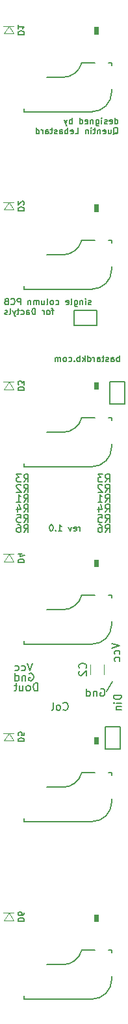
<source format=gbr>
G04 #@! TF.GenerationSoftware,KiCad,Pcbnew,(5.99.0-10337-g2ae264751f)*
G04 #@! TF.CreationDate,2021-04-30T16:38:17-07:00*
G04 #@! TF.ProjectId,single-col,73696e67-6c65-42d6-936f-6c2e6b696361,rev?*
G04 #@! TF.SameCoordinates,Original*
G04 #@! TF.FileFunction,Legend,Bot*
G04 #@! TF.FilePolarity,Positive*
%FSLAX46Y46*%
G04 Gerber Fmt 4.6, Leading zero omitted, Abs format (unit mm)*
G04 Created by KiCad (PCBNEW (5.99.0-10337-g2ae264751f)) date 2021-04-30 16:38:17*
%MOMM*%
%LPD*%
G01*
G04 APERTURE LIST*
%ADD10C,0.150000*%
%ADD11C,0.100000*%
%ADD12C,0.120000*%
G04 APERTURE END LIST*
D10*
X127875200Y-144624400D02*
X129825200Y-144624400D01*
X129825200Y-144624400D02*
X129825200Y-147524400D01*
X129825200Y-147524400D02*
X127875200Y-147524400D01*
X127875200Y-147524400D02*
X127875200Y-144624400D01*
X126725200Y-90814400D02*
X123825200Y-90814400D01*
X123825200Y-90814400D02*
X123825200Y-92764400D01*
X123825200Y-92764400D02*
X126725200Y-92764400D01*
X126725200Y-92764400D02*
X126725200Y-90814400D01*
X127975200Y-140064400D02*
X128775200Y-138864400D01*
X128425200Y-100064400D02*
X130375200Y-100064400D01*
X130375200Y-100064400D02*
X130375200Y-102964400D01*
X130375200Y-102964400D02*
X128425200Y-102964400D01*
X128425200Y-102964400D02*
X128425200Y-100064400D01*
X117241865Y-118216780D02*
X117575199Y-117740590D01*
X117813294Y-118216780D02*
X117813294Y-117216780D01*
X117432341Y-117216780D01*
X117337103Y-117264400D01*
X117289484Y-117312019D01*
X117241865Y-117407257D01*
X117241865Y-117550114D01*
X117289484Y-117645352D01*
X117337103Y-117692971D01*
X117432341Y-117740590D01*
X117813294Y-117740590D01*
X116337103Y-117216780D02*
X116813294Y-117216780D01*
X116860913Y-117692971D01*
X116813294Y-117645352D01*
X116718056Y-117597733D01*
X116479960Y-117597733D01*
X116384722Y-117645352D01*
X116337103Y-117692971D01*
X116289484Y-117788209D01*
X116289484Y-118026304D01*
X116337103Y-118121542D01*
X116384722Y-118169161D01*
X116479960Y-118216780D01*
X116718056Y-118216780D01*
X116813294Y-118169161D01*
X116860913Y-118121542D01*
X117241865Y-119516780D02*
X117575199Y-119040590D01*
X117813294Y-119516780D02*
X117813294Y-118516780D01*
X117432341Y-118516780D01*
X117337103Y-118564400D01*
X117289484Y-118612019D01*
X117241865Y-118707257D01*
X117241865Y-118850114D01*
X117289484Y-118945352D01*
X117337103Y-118992971D01*
X117432341Y-119040590D01*
X117813294Y-119040590D01*
X116384722Y-118516780D02*
X116575199Y-118516780D01*
X116670437Y-118564400D01*
X116718056Y-118612019D01*
X116813294Y-118754876D01*
X116860913Y-118945352D01*
X116860913Y-119326304D01*
X116813294Y-119421542D01*
X116765675Y-119469161D01*
X116670437Y-119516780D01*
X116479960Y-119516780D01*
X116384722Y-119469161D01*
X116337103Y-119421542D01*
X116289484Y-119326304D01*
X116289484Y-119088209D01*
X116337103Y-118992971D01*
X116384722Y-118945352D01*
X116479960Y-118897733D01*
X116670437Y-118897733D01*
X116765675Y-118945352D01*
X116813294Y-118992971D01*
X116860913Y-119088209D01*
X127218057Y-139764400D02*
X127313295Y-139716780D01*
X127456152Y-139716780D01*
X127599009Y-139764400D01*
X127694247Y-139859638D01*
X127741866Y-139954876D01*
X127789485Y-140145352D01*
X127789485Y-140288209D01*
X127741866Y-140478685D01*
X127694247Y-140573923D01*
X127599009Y-140669161D01*
X127456152Y-140716780D01*
X127360914Y-140716780D01*
X127218057Y-140669161D01*
X127170438Y-140621542D01*
X127170438Y-140288209D01*
X127360914Y-140288209D01*
X126741866Y-140050114D02*
X126741866Y-140716780D01*
X126741866Y-140145352D02*
X126694247Y-140097733D01*
X126599009Y-140050114D01*
X126456152Y-140050114D01*
X126360914Y-140097733D01*
X126313295Y-140192971D01*
X126313295Y-140716780D01*
X125408533Y-140716780D02*
X125408533Y-139716780D01*
X125408533Y-140669161D02*
X125503771Y-140716780D01*
X125694247Y-140716780D01*
X125789485Y-140669161D01*
X125837104Y-140621542D01*
X125884723Y-140526304D01*
X125884723Y-140240590D01*
X125837104Y-140145352D01*
X125789485Y-140097733D01*
X125694247Y-140050114D01*
X125503771Y-140050114D01*
X125408533Y-140097733D01*
X117241865Y-114316780D02*
X117575199Y-113840590D01*
X117813294Y-114316780D02*
X117813294Y-113316780D01*
X117432341Y-113316780D01*
X117337103Y-113364400D01*
X117289484Y-113412019D01*
X117241865Y-113507257D01*
X117241865Y-113650114D01*
X117289484Y-113745352D01*
X117337103Y-113792971D01*
X117432341Y-113840590D01*
X117813294Y-113840590D01*
X116860913Y-113412019D02*
X116813294Y-113364400D01*
X116718056Y-113316780D01*
X116479960Y-113316780D01*
X116384722Y-113364400D01*
X116337103Y-113412019D01*
X116289484Y-113507257D01*
X116289484Y-113602495D01*
X116337103Y-113745352D01*
X116908532Y-114316780D01*
X116289484Y-114316780D01*
X117241865Y-113016780D02*
X117575199Y-112540590D01*
X117813294Y-113016780D02*
X117813294Y-112016780D01*
X117432341Y-112016780D01*
X117337103Y-112064400D01*
X117289484Y-112112019D01*
X117241865Y-112207257D01*
X117241865Y-112350114D01*
X117289484Y-112445352D01*
X117337103Y-112492971D01*
X117432341Y-112540590D01*
X117813294Y-112540590D01*
X116908532Y-112016780D02*
X116289484Y-112016780D01*
X116622818Y-112397733D01*
X116479960Y-112397733D01*
X116384722Y-112445352D01*
X116337103Y-112492971D01*
X116289484Y-112588209D01*
X116289484Y-112826304D01*
X116337103Y-112921542D01*
X116384722Y-112969161D01*
X116479960Y-113016780D01*
X116765675Y-113016780D01*
X116860913Y-112969161D01*
X116908532Y-112921542D01*
X129094366Y-66702304D02*
X129094366Y-65902304D01*
X129094366Y-66664209D02*
X129170557Y-66702304D01*
X129322938Y-66702304D01*
X129399128Y-66664209D01*
X129437223Y-66626114D01*
X129475319Y-66549923D01*
X129475319Y-66321352D01*
X129437223Y-66245161D01*
X129399128Y-66207066D01*
X129322938Y-66168971D01*
X129170557Y-66168971D01*
X129094366Y-66207066D01*
X128408652Y-66664209D02*
X128484842Y-66702304D01*
X128637223Y-66702304D01*
X128713414Y-66664209D01*
X128751509Y-66588019D01*
X128751509Y-66283257D01*
X128713414Y-66207066D01*
X128637223Y-66168971D01*
X128484842Y-66168971D01*
X128408652Y-66207066D01*
X128370557Y-66283257D01*
X128370557Y-66359447D01*
X128751509Y-66435638D01*
X128065795Y-66664209D02*
X127989604Y-66702304D01*
X127837223Y-66702304D01*
X127761033Y-66664209D01*
X127722938Y-66588019D01*
X127722938Y-66549923D01*
X127761033Y-66473733D01*
X127837223Y-66435638D01*
X127951509Y-66435638D01*
X128027700Y-66397542D01*
X128065795Y-66321352D01*
X128065795Y-66283257D01*
X128027700Y-66207066D01*
X127951509Y-66168971D01*
X127837223Y-66168971D01*
X127761033Y-66207066D01*
X127380080Y-66702304D02*
X127380080Y-66168971D01*
X127380080Y-65902304D02*
X127418176Y-65940400D01*
X127380080Y-65978495D01*
X127341985Y-65940400D01*
X127380080Y-65902304D01*
X127380080Y-65978495D01*
X126656271Y-66168971D02*
X126656271Y-66816590D01*
X126694366Y-66892780D01*
X126732461Y-66930876D01*
X126808652Y-66968971D01*
X126922938Y-66968971D01*
X126999128Y-66930876D01*
X126656271Y-66664209D02*
X126732461Y-66702304D01*
X126884842Y-66702304D01*
X126961033Y-66664209D01*
X126999128Y-66626114D01*
X127037223Y-66549923D01*
X127037223Y-66321352D01*
X126999128Y-66245161D01*
X126961033Y-66207066D01*
X126884842Y-66168971D01*
X126732461Y-66168971D01*
X126656271Y-66207066D01*
X126275319Y-66168971D02*
X126275319Y-66702304D01*
X126275319Y-66245161D02*
X126237223Y-66207066D01*
X126161033Y-66168971D01*
X126046747Y-66168971D01*
X125970557Y-66207066D01*
X125932461Y-66283257D01*
X125932461Y-66702304D01*
X125246747Y-66664209D02*
X125322938Y-66702304D01*
X125475319Y-66702304D01*
X125551509Y-66664209D01*
X125589604Y-66588019D01*
X125589604Y-66283257D01*
X125551509Y-66207066D01*
X125475319Y-66168971D01*
X125322938Y-66168971D01*
X125246747Y-66207066D01*
X125208652Y-66283257D01*
X125208652Y-66359447D01*
X125589604Y-66435638D01*
X124522938Y-66702304D02*
X124522938Y-65902304D01*
X124522938Y-66664209D02*
X124599128Y-66702304D01*
X124751509Y-66702304D01*
X124827700Y-66664209D01*
X124865795Y-66626114D01*
X124903890Y-66549923D01*
X124903890Y-66321352D01*
X124865795Y-66245161D01*
X124827700Y-66207066D01*
X124751509Y-66168971D01*
X124599128Y-66168971D01*
X124522938Y-66207066D01*
X123532461Y-66702304D02*
X123532461Y-65902304D01*
X123532461Y-66207066D02*
X123456271Y-66168971D01*
X123303890Y-66168971D01*
X123227700Y-66207066D01*
X123189604Y-66245161D01*
X123151509Y-66321352D01*
X123151509Y-66549923D01*
X123189604Y-66626114D01*
X123227700Y-66664209D01*
X123303890Y-66702304D01*
X123456271Y-66702304D01*
X123532461Y-66664209D01*
X122884842Y-66168971D02*
X122694366Y-66702304D01*
X122503890Y-66168971D02*
X122694366Y-66702304D01*
X122770557Y-66892780D01*
X122808652Y-66930876D01*
X122884842Y-66968971D01*
X128903890Y-68066495D02*
X128980080Y-68028400D01*
X129056271Y-67952209D01*
X129170557Y-67837923D01*
X129246747Y-67799828D01*
X129322938Y-67799828D01*
X129284842Y-67990304D02*
X129361033Y-67952209D01*
X129437223Y-67876019D01*
X129475319Y-67723638D01*
X129475319Y-67456971D01*
X129437223Y-67304590D01*
X129361033Y-67228400D01*
X129284842Y-67190304D01*
X129132461Y-67190304D01*
X129056271Y-67228400D01*
X128980080Y-67304590D01*
X128941985Y-67456971D01*
X128941985Y-67723638D01*
X128980080Y-67876019D01*
X129056271Y-67952209D01*
X129132461Y-67990304D01*
X129284842Y-67990304D01*
X128256271Y-67456971D02*
X128256271Y-67990304D01*
X128599128Y-67456971D02*
X128599128Y-67876019D01*
X128561033Y-67952209D01*
X128484842Y-67990304D01*
X128370557Y-67990304D01*
X128294366Y-67952209D01*
X128256271Y-67914114D01*
X127570557Y-67952209D02*
X127646747Y-67990304D01*
X127799128Y-67990304D01*
X127875319Y-67952209D01*
X127913414Y-67876019D01*
X127913414Y-67571257D01*
X127875319Y-67495066D01*
X127799128Y-67456971D01*
X127646747Y-67456971D01*
X127570557Y-67495066D01*
X127532461Y-67571257D01*
X127532461Y-67647447D01*
X127913414Y-67723638D01*
X127189604Y-67456971D02*
X127189604Y-67990304D01*
X127189604Y-67533161D02*
X127151509Y-67495066D01*
X127075319Y-67456971D01*
X126961033Y-67456971D01*
X126884842Y-67495066D01*
X126846747Y-67571257D01*
X126846747Y-67990304D01*
X126580080Y-67456971D02*
X126275319Y-67456971D01*
X126465795Y-67190304D02*
X126465795Y-67876019D01*
X126427700Y-67952209D01*
X126351509Y-67990304D01*
X126275319Y-67990304D01*
X126008652Y-67990304D02*
X126008652Y-67456971D01*
X126008652Y-67190304D02*
X126046747Y-67228400D01*
X126008652Y-67266495D01*
X125970557Y-67228400D01*
X126008652Y-67190304D01*
X126008652Y-67266495D01*
X125627700Y-67456971D02*
X125627700Y-67990304D01*
X125627700Y-67533161D02*
X125589604Y-67495066D01*
X125513414Y-67456971D01*
X125399128Y-67456971D01*
X125322938Y-67495066D01*
X125284842Y-67571257D01*
X125284842Y-67990304D01*
X123913414Y-67990304D02*
X124294366Y-67990304D01*
X124294366Y-67190304D01*
X123341985Y-67952209D02*
X123418176Y-67990304D01*
X123570557Y-67990304D01*
X123646747Y-67952209D01*
X123684842Y-67876019D01*
X123684842Y-67571257D01*
X123646747Y-67495066D01*
X123570557Y-67456971D01*
X123418176Y-67456971D01*
X123341985Y-67495066D01*
X123303890Y-67571257D01*
X123303890Y-67647447D01*
X123684842Y-67723638D01*
X122961033Y-67990304D02*
X122961033Y-67190304D01*
X122961033Y-67495066D02*
X122884842Y-67456971D01*
X122732461Y-67456971D01*
X122656271Y-67495066D01*
X122618176Y-67533161D01*
X122580080Y-67609352D01*
X122580080Y-67837923D01*
X122618176Y-67914114D01*
X122656271Y-67952209D01*
X122732461Y-67990304D01*
X122884842Y-67990304D01*
X122961033Y-67952209D01*
X121894366Y-67990304D02*
X121894366Y-67571257D01*
X121932461Y-67495066D01*
X122008652Y-67456971D01*
X122161033Y-67456971D01*
X122237223Y-67495066D01*
X121894366Y-67952209D02*
X121970557Y-67990304D01*
X122161033Y-67990304D01*
X122237223Y-67952209D01*
X122275319Y-67876019D01*
X122275319Y-67799828D01*
X122237223Y-67723638D01*
X122161033Y-67685542D01*
X121970557Y-67685542D01*
X121894366Y-67647447D01*
X121551509Y-67952209D02*
X121475319Y-67990304D01*
X121322938Y-67990304D01*
X121246747Y-67952209D01*
X121208652Y-67876019D01*
X121208652Y-67837923D01*
X121246747Y-67761733D01*
X121322938Y-67723638D01*
X121437223Y-67723638D01*
X121513414Y-67685542D01*
X121551509Y-67609352D01*
X121551509Y-67571257D01*
X121513414Y-67495066D01*
X121437223Y-67456971D01*
X121322938Y-67456971D01*
X121246747Y-67495066D01*
X120980080Y-67456971D02*
X120675319Y-67456971D01*
X120865795Y-67190304D02*
X120865795Y-67876019D01*
X120827700Y-67952209D01*
X120751509Y-67990304D01*
X120675319Y-67990304D01*
X120065795Y-67990304D02*
X120065795Y-67571257D01*
X120103890Y-67495066D01*
X120180080Y-67456971D01*
X120332461Y-67456971D01*
X120408652Y-67495066D01*
X120065795Y-67952209D02*
X120141985Y-67990304D01*
X120332461Y-67990304D01*
X120408652Y-67952209D01*
X120446747Y-67876019D01*
X120446747Y-67799828D01*
X120408652Y-67723638D01*
X120332461Y-67685542D01*
X120141985Y-67685542D01*
X120065795Y-67647447D01*
X119684842Y-67990304D02*
X119684842Y-67456971D01*
X119684842Y-67609352D02*
X119646747Y-67533161D01*
X119608652Y-67495066D01*
X119532461Y-67456971D01*
X119456271Y-67456971D01*
X118846747Y-67990304D02*
X118846747Y-67190304D01*
X118846747Y-67952209D02*
X118922938Y-67990304D01*
X119075319Y-67990304D01*
X119151509Y-67952209D01*
X119189604Y-67914114D01*
X119227700Y-67837923D01*
X119227700Y-67609352D01*
X119189604Y-67533161D01*
X119151509Y-67495066D01*
X119075319Y-67456971D01*
X118922938Y-67456971D01*
X118846747Y-67495066D01*
X122379961Y-142421542D02*
X122427580Y-142469161D01*
X122570438Y-142516780D01*
X122665676Y-142516780D01*
X122808533Y-142469161D01*
X122903771Y-142373923D01*
X122951390Y-142278685D01*
X122999009Y-142088209D01*
X122999009Y-141945352D01*
X122951390Y-141754876D01*
X122903771Y-141659638D01*
X122808533Y-141564400D01*
X122665676Y-141516780D01*
X122570438Y-141516780D01*
X122427580Y-141564400D01*
X122379961Y-141612019D01*
X121808533Y-142516780D02*
X121903771Y-142469161D01*
X121951390Y-142421542D01*
X121999009Y-142326304D01*
X121999009Y-142040590D01*
X121951390Y-141945352D01*
X121903771Y-141897733D01*
X121808533Y-141850114D01*
X121665676Y-141850114D01*
X121570438Y-141897733D01*
X121522819Y-141945352D01*
X121475200Y-142040590D01*
X121475200Y-142326304D01*
X121522819Y-142421542D01*
X121570438Y-142469161D01*
X121665676Y-142516780D01*
X121808533Y-142516780D01*
X120903771Y-142516780D02*
X120999009Y-142469161D01*
X121046628Y-142373923D01*
X121046628Y-141516780D01*
X124547223Y-119336304D02*
X124547223Y-118802971D01*
X124547223Y-118955352D02*
X124509128Y-118879161D01*
X124471033Y-118841066D01*
X124394842Y-118802971D01*
X124318652Y-118802971D01*
X123747223Y-119298209D02*
X123823414Y-119336304D01*
X123975795Y-119336304D01*
X124051985Y-119298209D01*
X124090080Y-119222019D01*
X124090080Y-118917257D01*
X124051985Y-118841066D01*
X123975795Y-118802971D01*
X123823414Y-118802971D01*
X123747223Y-118841066D01*
X123709128Y-118917257D01*
X123709128Y-118993447D01*
X124090080Y-119069638D01*
X123442461Y-118802971D02*
X123251985Y-119336304D01*
X123061509Y-118802971D01*
X121728176Y-119336304D02*
X122185319Y-119336304D01*
X121956747Y-119336304D02*
X121956747Y-118536304D01*
X122032938Y-118650590D01*
X122109128Y-118726780D01*
X122185319Y-118764876D01*
X121385319Y-119260114D02*
X121347223Y-119298209D01*
X121385319Y-119336304D01*
X121423414Y-119298209D01*
X121385319Y-119260114D01*
X121385319Y-119336304D01*
X120851985Y-118536304D02*
X120775795Y-118536304D01*
X120699604Y-118574400D01*
X120661509Y-118612495D01*
X120623414Y-118688685D01*
X120585319Y-118841066D01*
X120585319Y-119031542D01*
X120623414Y-119183923D01*
X120661509Y-119260114D01*
X120699604Y-119298209D01*
X120775795Y-119336304D01*
X120851985Y-119336304D01*
X120928176Y-119298209D01*
X120966271Y-119260114D01*
X121004366Y-119183923D01*
X121042461Y-119031542D01*
X121042461Y-118841066D01*
X121004366Y-118688685D01*
X120966271Y-118612495D01*
X120928176Y-118574400D01*
X120851985Y-118536304D01*
X127841865Y-116916780D02*
X128175199Y-116440590D01*
X128413294Y-116916780D02*
X128413294Y-115916780D01*
X128032341Y-115916780D01*
X127937103Y-115964400D01*
X127889484Y-116012019D01*
X127841865Y-116107257D01*
X127841865Y-116250114D01*
X127889484Y-116345352D01*
X127937103Y-116392971D01*
X128032341Y-116440590D01*
X128413294Y-116440590D01*
X126984722Y-116250114D02*
X126984722Y-116916780D01*
X127222818Y-115869161D02*
X127460913Y-116583447D01*
X126841865Y-116583447D01*
X117241865Y-115616780D02*
X117575199Y-115140590D01*
X117813294Y-115616780D02*
X117813294Y-114616780D01*
X117432341Y-114616780D01*
X117337103Y-114664400D01*
X117289484Y-114712019D01*
X117241865Y-114807257D01*
X117241865Y-114950114D01*
X117289484Y-115045352D01*
X117337103Y-115092971D01*
X117432341Y-115140590D01*
X117813294Y-115140590D01*
X116289484Y-115616780D02*
X116860913Y-115616780D01*
X116575199Y-115616780D02*
X116575199Y-114616780D01*
X116670437Y-114759638D01*
X116765675Y-114854876D01*
X116860913Y-114902495D01*
X125983176Y-90024209D02*
X125906985Y-90062304D01*
X125754604Y-90062304D01*
X125678414Y-90024209D01*
X125640319Y-89948019D01*
X125640319Y-89909923D01*
X125678414Y-89833733D01*
X125754604Y-89795638D01*
X125868890Y-89795638D01*
X125945080Y-89757542D01*
X125983176Y-89681352D01*
X125983176Y-89643257D01*
X125945080Y-89567066D01*
X125868890Y-89528971D01*
X125754604Y-89528971D01*
X125678414Y-89567066D01*
X125297461Y-90062304D02*
X125297461Y-89528971D01*
X125297461Y-89262304D02*
X125335557Y-89300400D01*
X125297461Y-89338495D01*
X125259366Y-89300400D01*
X125297461Y-89262304D01*
X125297461Y-89338495D01*
X124916509Y-89528971D02*
X124916509Y-90062304D01*
X124916509Y-89605161D02*
X124878414Y-89567066D01*
X124802223Y-89528971D01*
X124687938Y-89528971D01*
X124611747Y-89567066D01*
X124573652Y-89643257D01*
X124573652Y-90062304D01*
X123849842Y-89528971D02*
X123849842Y-90176590D01*
X123887938Y-90252780D01*
X123926033Y-90290876D01*
X124002223Y-90328971D01*
X124116509Y-90328971D01*
X124192700Y-90290876D01*
X123849842Y-90024209D02*
X123926033Y-90062304D01*
X124078414Y-90062304D01*
X124154604Y-90024209D01*
X124192700Y-89986114D01*
X124230795Y-89909923D01*
X124230795Y-89681352D01*
X124192700Y-89605161D01*
X124154604Y-89567066D01*
X124078414Y-89528971D01*
X123926033Y-89528971D01*
X123849842Y-89567066D01*
X123354604Y-90062304D02*
X123430795Y-90024209D01*
X123468890Y-89948019D01*
X123468890Y-89262304D01*
X122745080Y-90024209D02*
X122821271Y-90062304D01*
X122973652Y-90062304D01*
X123049842Y-90024209D01*
X123087938Y-89948019D01*
X123087938Y-89643257D01*
X123049842Y-89567066D01*
X122973652Y-89528971D01*
X122821271Y-89528971D01*
X122745080Y-89567066D01*
X122706985Y-89643257D01*
X122706985Y-89719447D01*
X123087938Y-89795638D01*
X121411747Y-90024209D02*
X121487938Y-90062304D01*
X121640319Y-90062304D01*
X121716509Y-90024209D01*
X121754604Y-89986114D01*
X121792700Y-89909923D01*
X121792700Y-89681352D01*
X121754604Y-89605161D01*
X121716509Y-89567066D01*
X121640319Y-89528971D01*
X121487938Y-89528971D01*
X121411747Y-89567066D01*
X120954604Y-90062304D02*
X121030795Y-90024209D01*
X121068890Y-89986114D01*
X121106985Y-89909923D01*
X121106985Y-89681352D01*
X121068890Y-89605161D01*
X121030795Y-89567066D01*
X120954604Y-89528971D01*
X120840319Y-89528971D01*
X120764128Y-89567066D01*
X120726033Y-89605161D01*
X120687938Y-89681352D01*
X120687938Y-89909923D01*
X120726033Y-89986114D01*
X120764128Y-90024209D01*
X120840319Y-90062304D01*
X120954604Y-90062304D01*
X120230795Y-90062304D02*
X120306985Y-90024209D01*
X120345080Y-89948019D01*
X120345080Y-89262304D01*
X119583176Y-89528971D02*
X119583176Y-90062304D01*
X119926033Y-89528971D02*
X119926033Y-89948019D01*
X119887938Y-90024209D01*
X119811747Y-90062304D01*
X119697461Y-90062304D01*
X119621271Y-90024209D01*
X119583176Y-89986114D01*
X119202223Y-90062304D02*
X119202223Y-89528971D01*
X119202223Y-89605161D02*
X119164128Y-89567066D01*
X119087938Y-89528971D01*
X118973652Y-89528971D01*
X118897461Y-89567066D01*
X118859366Y-89643257D01*
X118859366Y-90062304D01*
X118859366Y-89643257D02*
X118821271Y-89567066D01*
X118745080Y-89528971D01*
X118630795Y-89528971D01*
X118554604Y-89567066D01*
X118516509Y-89643257D01*
X118516509Y-90062304D01*
X118135557Y-89528971D02*
X118135557Y-90062304D01*
X118135557Y-89605161D02*
X118097461Y-89567066D01*
X118021271Y-89528971D01*
X117906985Y-89528971D01*
X117830795Y-89567066D01*
X117792700Y-89643257D01*
X117792700Y-90062304D01*
X116802223Y-90062304D02*
X116802223Y-89262304D01*
X116497461Y-89262304D01*
X116421271Y-89300400D01*
X116383176Y-89338495D01*
X116345080Y-89414685D01*
X116345080Y-89528971D01*
X116383176Y-89605161D01*
X116421271Y-89643257D01*
X116497461Y-89681352D01*
X116802223Y-89681352D01*
X115545080Y-89986114D02*
X115583176Y-90024209D01*
X115697461Y-90062304D01*
X115773652Y-90062304D01*
X115887938Y-90024209D01*
X115964128Y-89948019D01*
X116002223Y-89871828D01*
X116040319Y-89719447D01*
X116040319Y-89605161D01*
X116002223Y-89452780D01*
X115964128Y-89376590D01*
X115887938Y-89300400D01*
X115773652Y-89262304D01*
X115697461Y-89262304D01*
X115583176Y-89300400D01*
X115545080Y-89338495D01*
X114935557Y-89643257D02*
X114821271Y-89681352D01*
X114783176Y-89719447D01*
X114745080Y-89795638D01*
X114745080Y-89909923D01*
X114783176Y-89986114D01*
X114821271Y-90024209D01*
X114897461Y-90062304D01*
X115202223Y-90062304D01*
X115202223Y-89262304D01*
X114935557Y-89262304D01*
X114859366Y-89300400D01*
X114821271Y-89338495D01*
X114783176Y-89414685D01*
X114783176Y-89490876D01*
X114821271Y-89567066D01*
X114859366Y-89605161D01*
X114935557Y-89643257D01*
X115202223Y-89643257D01*
X121145080Y-90816971D02*
X120840319Y-90816971D01*
X121030795Y-91350304D02*
X121030795Y-90664590D01*
X120992700Y-90588400D01*
X120916509Y-90550304D01*
X120840319Y-90550304D01*
X120459366Y-91350304D02*
X120535557Y-91312209D01*
X120573652Y-91274114D01*
X120611747Y-91197923D01*
X120611747Y-90969352D01*
X120573652Y-90893161D01*
X120535557Y-90855066D01*
X120459366Y-90816971D01*
X120345080Y-90816971D01*
X120268890Y-90855066D01*
X120230795Y-90893161D01*
X120192700Y-90969352D01*
X120192700Y-91197923D01*
X120230795Y-91274114D01*
X120268890Y-91312209D01*
X120345080Y-91350304D01*
X120459366Y-91350304D01*
X119849842Y-91350304D02*
X119849842Y-90816971D01*
X119849842Y-90969352D02*
X119811747Y-90893161D01*
X119773652Y-90855066D01*
X119697461Y-90816971D01*
X119621271Y-90816971D01*
X118745080Y-91350304D02*
X118745080Y-90550304D01*
X118554604Y-90550304D01*
X118440319Y-90588400D01*
X118364128Y-90664590D01*
X118326033Y-90740780D01*
X118287938Y-90893161D01*
X118287938Y-91007447D01*
X118326033Y-91159828D01*
X118364128Y-91236019D01*
X118440319Y-91312209D01*
X118554604Y-91350304D01*
X118745080Y-91350304D01*
X117602223Y-91350304D02*
X117602223Y-90931257D01*
X117640319Y-90855066D01*
X117716509Y-90816971D01*
X117868890Y-90816971D01*
X117945080Y-90855066D01*
X117602223Y-91312209D02*
X117678414Y-91350304D01*
X117868890Y-91350304D01*
X117945080Y-91312209D01*
X117983176Y-91236019D01*
X117983176Y-91159828D01*
X117945080Y-91083638D01*
X117868890Y-91045542D01*
X117678414Y-91045542D01*
X117602223Y-91007447D01*
X116878414Y-91312209D02*
X116954604Y-91350304D01*
X117106985Y-91350304D01*
X117183176Y-91312209D01*
X117221271Y-91274114D01*
X117259366Y-91197923D01*
X117259366Y-90969352D01*
X117221271Y-90893161D01*
X117183176Y-90855066D01*
X117106985Y-90816971D01*
X116954604Y-90816971D01*
X116878414Y-90855066D01*
X116649842Y-90816971D02*
X116345080Y-90816971D01*
X116535557Y-90550304D02*
X116535557Y-91236019D01*
X116497461Y-91312209D01*
X116421271Y-91350304D01*
X116345080Y-91350304D01*
X116154604Y-90816971D02*
X115964128Y-91350304D01*
X115773652Y-90816971D02*
X115964128Y-91350304D01*
X116040319Y-91540780D01*
X116078414Y-91578876D01*
X116154604Y-91616971D01*
X115354604Y-91350304D02*
X115430795Y-91312209D01*
X115468890Y-91236019D01*
X115468890Y-90550304D01*
X115087938Y-91312209D02*
X115011747Y-91350304D01*
X114859366Y-91350304D01*
X114783176Y-91312209D01*
X114745080Y-91236019D01*
X114745080Y-91197923D01*
X114783176Y-91121733D01*
X114859366Y-91083638D01*
X114973652Y-91083638D01*
X115049842Y-91045542D01*
X115087938Y-90969352D01*
X115087938Y-90931257D01*
X115049842Y-90855066D01*
X114973652Y-90816971D01*
X114859366Y-90816971D01*
X114783176Y-90855066D01*
X127841865Y-119516780D02*
X128175199Y-119040590D01*
X128413294Y-119516780D02*
X128413294Y-118516780D01*
X128032341Y-118516780D01*
X127937103Y-118564400D01*
X127889484Y-118612019D01*
X127841865Y-118707257D01*
X127841865Y-118850114D01*
X127889484Y-118945352D01*
X127937103Y-118992971D01*
X128032341Y-119040590D01*
X128413294Y-119040590D01*
X126984722Y-118516780D02*
X127175199Y-118516780D01*
X127270437Y-118564400D01*
X127318056Y-118612019D01*
X127413294Y-118754876D01*
X127460913Y-118945352D01*
X127460913Y-119326304D01*
X127413294Y-119421542D01*
X127365675Y-119469161D01*
X127270437Y-119516780D01*
X127079960Y-119516780D01*
X126984722Y-119469161D01*
X126937103Y-119421542D01*
X126889484Y-119326304D01*
X126889484Y-119088209D01*
X126937103Y-118992971D01*
X126984722Y-118945352D01*
X127079960Y-118897733D01*
X127270437Y-118897733D01*
X127365675Y-118945352D01*
X127413294Y-118992971D01*
X127460913Y-119088209D01*
X117927582Y-137764400D02*
X118022820Y-137716780D01*
X118165677Y-137716780D01*
X118308534Y-137764400D01*
X118403772Y-137859638D01*
X118451391Y-137954876D01*
X118499010Y-138145352D01*
X118499010Y-138288209D01*
X118451391Y-138478685D01*
X118403772Y-138573923D01*
X118308534Y-138669161D01*
X118165677Y-138716780D01*
X118070439Y-138716780D01*
X117927582Y-138669161D01*
X117879963Y-138621542D01*
X117879963Y-138288209D01*
X118070439Y-138288209D01*
X117451391Y-138050114D02*
X117451391Y-138716780D01*
X117451391Y-138145352D02*
X117403772Y-138097733D01*
X117308534Y-138050114D01*
X117165677Y-138050114D01*
X117070439Y-138097733D01*
X117022820Y-138192971D01*
X117022820Y-138716780D01*
X116118058Y-138716780D02*
X116118058Y-137716780D01*
X116118058Y-138669161D02*
X116213296Y-138716780D01*
X116403772Y-138716780D01*
X116499010Y-138669161D01*
X116546629Y-138621542D01*
X116594248Y-138526304D01*
X116594248Y-138240590D01*
X116546629Y-138145352D01*
X116499010Y-138097733D01*
X116403772Y-138050114D01*
X116213296Y-138050114D01*
X116118058Y-138097733D01*
X127841865Y-118216780D02*
X128175199Y-117740590D01*
X128413294Y-118216780D02*
X128413294Y-117216780D01*
X128032341Y-117216780D01*
X127937103Y-117264400D01*
X127889484Y-117312019D01*
X127841865Y-117407257D01*
X127841865Y-117550114D01*
X127889484Y-117645352D01*
X127937103Y-117692971D01*
X128032341Y-117740590D01*
X128413294Y-117740590D01*
X126937103Y-117216780D02*
X127413294Y-117216780D01*
X127460913Y-117692971D01*
X127413294Y-117645352D01*
X127318056Y-117597733D01*
X127079960Y-117597733D01*
X126984722Y-117645352D01*
X126937103Y-117692971D01*
X126889484Y-117788209D01*
X126889484Y-118026304D01*
X126937103Y-118121542D01*
X126984722Y-118169161D01*
X127079960Y-118216780D01*
X127318056Y-118216780D01*
X127413294Y-118169161D01*
X127460913Y-118121542D01*
X127841865Y-115616780D02*
X128175199Y-115140590D01*
X128413294Y-115616780D02*
X128413294Y-114616780D01*
X128032341Y-114616780D01*
X127937103Y-114664400D01*
X127889484Y-114712019D01*
X127841865Y-114807257D01*
X127841865Y-114950114D01*
X127889484Y-115045352D01*
X127937103Y-115092971D01*
X128032341Y-115140590D01*
X128413294Y-115140590D01*
X126889484Y-115616780D02*
X127460913Y-115616780D01*
X127175199Y-115616780D02*
X127175199Y-114616780D01*
X127270437Y-114759638D01*
X127365675Y-114854876D01*
X127460913Y-114902495D01*
X128727580Y-133873923D02*
X129727580Y-134207257D01*
X128727580Y-134540590D01*
X129679961Y-135302495D02*
X129727580Y-135207257D01*
X129727580Y-135016780D01*
X129679961Y-134921542D01*
X129632342Y-134873923D01*
X129537104Y-134826304D01*
X129251390Y-134826304D01*
X129156152Y-134873923D01*
X129108533Y-134921542D01*
X129060914Y-135016780D01*
X129060914Y-135207257D01*
X129108533Y-135302495D01*
X129679961Y-136159638D02*
X129727580Y-136064400D01*
X129727580Y-135873923D01*
X129679961Y-135778685D01*
X129632342Y-135731066D01*
X129537104Y-135683447D01*
X129251390Y-135683447D01*
X129156152Y-135731066D01*
X129108533Y-135778685D01*
X129060914Y-135873923D01*
X129060914Y-136064400D01*
X129108533Y-136159638D01*
X118356153Y-136416780D02*
X118022819Y-137416780D01*
X117689486Y-136416780D01*
X116927581Y-137369161D02*
X117022819Y-137416780D01*
X117213296Y-137416780D01*
X117308534Y-137369161D01*
X117356153Y-137321542D01*
X117403772Y-137226304D01*
X117403772Y-136940590D01*
X117356153Y-136845352D01*
X117308534Y-136797733D01*
X117213296Y-136750114D01*
X117022819Y-136750114D01*
X116927581Y-136797733D01*
X116070438Y-137369161D02*
X116165677Y-137416780D01*
X116356153Y-137416780D01*
X116451391Y-137369161D01*
X116499010Y-137321542D01*
X116546629Y-137226304D01*
X116546629Y-136940590D01*
X116499010Y-136845352D01*
X116451391Y-136797733D01*
X116356153Y-136750114D01*
X116165677Y-136750114D01*
X116070438Y-136797733D01*
X127841865Y-114316780D02*
X128175199Y-113840590D01*
X128413294Y-114316780D02*
X128413294Y-113316780D01*
X128032341Y-113316780D01*
X127937103Y-113364400D01*
X127889484Y-113412019D01*
X127841865Y-113507257D01*
X127841865Y-113650114D01*
X127889484Y-113745352D01*
X127937103Y-113792971D01*
X128032341Y-113840590D01*
X128413294Y-113840590D01*
X127460913Y-113412019D02*
X127413294Y-113364400D01*
X127318056Y-113316780D01*
X127079960Y-113316780D01*
X126984722Y-113364400D01*
X126937103Y-113412019D01*
X126889484Y-113507257D01*
X126889484Y-113602495D01*
X126937103Y-113745352D01*
X127508532Y-114316780D01*
X126889484Y-114316780D01*
X129687223Y-97416304D02*
X129687223Y-96616304D01*
X129687223Y-96921066D02*
X129611033Y-96882971D01*
X129458652Y-96882971D01*
X129382461Y-96921066D01*
X129344366Y-96959161D01*
X129306271Y-97035352D01*
X129306271Y-97263923D01*
X129344366Y-97340114D01*
X129382461Y-97378209D01*
X129458652Y-97416304D01*
X129611033Y-97416304D01*
X129687223Y-97378209D01*
X128620557Y-97416304D02*
X128620557Y-96997257D01*
X128658652Y-96921066D01*
X128734842Y-96882971D01*
X128887223Y-96882971D01*
X128963414Y-96921066D01*
X128620557Y-97378209D02*
X128696747Y-97416304D01*
X128887223Y-97416304D01*
X128963414Y-97378209D01*
X129001509Y-97302019D01*
X129001509Y-97225828D01*
X128963414Y-97149638D01*
X128887223Y-97111542D01*
X128696747Y-97111542D01*
X128620557Y-97073447D01*
X128277700Y-97378209D02*
X128201509Y-97416304D01*
X128049128Y-97416304D01*
X127972938Y-97378209D01*
X127934842Y-97302019D01*
X127934842Y-97263923D01*
X127972938Y-97187733D01*
X128049128Y-97149638D01*
X128163414Y-97149638D01*
X128239604Y-97111542D01*
X128277700Y-97035352D01*
X128277700Y-96997257D01*
X128239604Y-96921066D01*
X128163414Y-96882971D01*
X128049128Y-96882971D01*
X127972938Y-96921066D01*
X127706271Y-96882971D02*
X127401509Y-96882971D01*
X127591985Y-96616304D02*
X127591985Y-97302019D01*
X127553890Y-97378209D01*
X127477700Y-97416304D01*
X127401509Y-97416304D01*
X126791985Y-97416304D02*
X126791985Y-96997257D01*
X126830080Y-96921066D01*
X126906271Y-96882971D01*
X127058652Y-96882971D01*
X127134842Y-96921066D01*
X126791985Y-97378209D02*
X126868176Y-97416304D01*
X127058652Y-97416304D01*
X127134842Y-97378209D01*
X127172938Y-97302019D01*
X127172938Y-97225828D01*
X127134842Y-97149638D01*
X127058652Y-97111542D01*
X126868176Y-97111542D01*
X126791985Y-97073447D01*
X126411033Y-97416304D02*
X126411033Y-96882971D01*
X126411033Y-97035352D02*
X126372938Y-96959161D01*
X126334842Y-96921066D01*
X126258652Y-96882971D01*
X126182461Y-96882971D01*
X125572938Y-97416304D02*
X125572938Y-96616304D01*
X125572938Y-97378209D02*
X125649128Y-97416304D01*
X125801509Y-97416304D01*
X125877700Y-97378209D01*
X125915795Y-97340114D01*
X125953890Y-97263923D01*
X125953890Y-97035352D01*
X125915795Y-96959161D01*
X125877700Y-96921066D01*
X125801509Y-96882971D01*
X125649128Y-96882971D01*
X125572938Y-96921066D01*
X125191985Y-97416304D02*
X125191985Y-96616304D01*
X125115795Y-97111542D02*
X124887223Y-97416304D01*
X124887223Y-96882971D02*
X125191985Y-97187733D01*
X124544366Y-97416304D02*
X124544366Y-96616304D01*
X124544366Y-96921066D02*
X124468176Y-96882971D01*
X124315795Y-96882971D01*
X124239604Y-96921066D01*
X124201509Y-96959161D01*
X124163414Y-97035352D01*
X124163414Y-97263923D01*
X124201509Y-97340114D01*
X124239604Y-97378209D01*
X124315795Y-97416304D01*
X124468176Y-97416304D01*
X124544366Y-97378209D01*
X123820557Y-97340114D02*
X123782461Y-97378209D01*
X123820557Y-97416304D01*
X123858652Y-97378209D01*
X123820557Y-97340114D01*
X123820557Y-97416304D01*
X123096747Y-97378209D02*
X123172938Y-97416304D01*
X123325319Y-97416304D01*
X123401509Y-97378209D01*
X123439604Y-97340114D01*
X123477700Y-97263923D01*
X123477700Y-97035352D01*
X123439604Y-96959161D01*
X123401509Y-96921066D01*
X123325319Y-96882971D01*
X123172938Y-96882971D01*
X123096747Y-96921066D01*
X122639604Y-97416304D02*
X122715795Y-97378209D01*
X122753890Y-97340114D01*
X122791985Y-97263923D01*
X122791985Y-97035352D01*
X122753890Y-96959161D01*
X122715795Y-96921066D01*
X122639604Y-96882971D01*
X122525319Y-96882971D01*
X122449128Y-96921066D01*
X122411033Y-96959161D01*
X122372938Y-97035352D01*
X122372938Y-97263923D01*
X122411033Y-97340114D01*
X122449128Y-97378209D01*
X122525319Y-97416304D01*
X122639604Y-97416304D01*
X122030080Y-97416304D02*
X122030080Y-96882971D01*
X122030080Y-96959161D02*
X121991985Y-96921066D01*
X121915795Y-96882971D01*
X121801509Y-96882971D01*
X121725319Y-96921066D01*
X121687223Y-96997257D01*
X121687223Y-97416304D01*
X121687223Y-96997257D02*
X121649128Y-96921066D01*
X121572938Y-96882971D01*
X121458652Y-96882971D01*
X121382461Y-96921066D01*
X121344366Y-96997257D01*
X121344366Y-97416304D01*
X127841865Y-113016780D02*
X128175199Y-112540590D01*
X128413294Y-113016780D02*
X128413294Y-112016780D01*
X128032341Y-112016780D01*
X127937103Y-112064400D01*
X127889484Y-112112019D01*
X127841865Y-112207257D01*
X127841865Y-112350114D01*
X127889484Y-112445352D01*
X127937103Y-112492971D01*
X128032341Y-112540590D01*
X128413294Y-112540590D01*
X127508532Y-112016780D02*
X126889484Y-112016780D01*
X127222818Y-112397733D01*
X127079960Y-112397733D01*
X126984722Y-112445352D01*
X126937103Y-112492971D01*
X126889484Y-112588209D01*
X126889484Y-112826304D01*
X126937103Y-112921542D01*
X126984722Y-112969161D01*
X127079960Y-113016780D01*
X127365675Y-113016780D01*
X127460913Y-112969161D01*
X127508532Y-112921542D01*
X129927580Y-140573924D02*
X128927580Y-140573924D01*
X128927580Y-140812019D01*
X128975200Y-140954876D01*
X129070438Y-141050114D01*
X129165676Y-141097733D01*
X129356152Y-141145352D01*
X129499009Y-141145352D01*
X129689485Y-141097733D01*
X129784723Y-141050114D01*
X129879961Y-140954876D01*
X129927580Y-140812019D01*
X129927580Y-140573924D01*
X129927580Y-141573924D02*
X129260914Y-141573924D01*
X128927580Y-141573924D02*
X128975200Y-141526305D01*
X129022819Y-141573924D01*
X128975200Y-141621543D01*
X128927580Y-141573924D01*
X129022819Y-141573924D01*
X129260914Y-142050114D02*
X129927580Y-142050114D01*
X129356152Y-142050114D02*
X129308533Y-142097733D01*
X129260914Y-142192971D01*
X129260914Y-142335828D01*
X129308533Y-142431066D01*
X129403771Y-142478685D01*
X129927580Y-142478685D01*
X119022819Y-140016780D02*
X119022819Y-139016780D01*
X118784724Y-139016780D01*
X118641867Y-139064400D01*
X118546629Y-139159638D01*
X118499010Y-139254876D01*
X118451391Y-139445352D01*
X118451391Y-139588209D01*
X118499010Y-139778685D01*
X118546629Y-139873923D01*
X118641867Y-139969161D01*
X118784724Y-140016780D01*
X119022819Y-140016780D01*
X117879962Y-140016780D02*
X117975200Y-139969161D01*
X118022819Y-139921542D01*
X118070439Y-139826304D01*
X118070439Y-139540590D01*
X118022819Y-139445352D01*
X117975200Y-139397733D01*
X117879962Y-139350114D01*
X117737105Y-139350114D01*
X117641867Y-139397733D01*
X117594248Y-139445352D01*
X117546629Y-139540590D01*
X117546629Y-139826304D01*
X117594248Y-139921542D01*
X117641867Y-139969161D01*
X117737105Y-140016780D01*
X117879962Y-140016780D01*
X116689486Y-139350114D02*
X116689486Y-140016780D01*
X117118058Y-139350114D02*
X117118058Y-139873923D01*
X117070439Y-139969161D01*
X116975200Y-140016780D01*
X116832343Y-140016780D01*
X116737105Y-139969161D01*
X116689486Y-139921542D01*
X116356153Y-139350114D02*
X115975200Y-139350114D01*
X116213296Y-139016780D02*
X116213296Y-139873923D01*
X116165677Y-139969161D01*
X116070439Y-140016780D01*
X115975200Y-140016780D01*
X117241865Y-116916780D02*
X117575199Y-116440590D01*
X117813294Y-116916780D02*
X117813294Y-115916780D01*
X117432341Y-115916780D01*
X117337103Y-115964400D01*
X117289484Y-116012019D01*
X117241865Y-116107257D01*
X117241865Y-116250114D01*
X117289484Y-116345352D01*
X117337103Y-116392971D01*
X117432341Y-116440590D01*
X117813294Y-116440590D01*
X116384722Y-116250114D02*
X116384722Y-116916780D01*
X116622818Y-115869161D02*
X116860913Y-116583447D01*
X116241865Y-116583447D01*
X116493295Y-55134876D02*
X117293295Y-55134876D01*
X117293295Y-54944400D01*
X117255200Y-54830114D01*
X117179009Y-54753923D01*
X117102819Y-54715828D01*
X116950438Y-54677733D01*
X116836152Y-54677733D01*
X116683771Y-54715828D01*
X116607580Y-54753923D01*
X116531390Y-54830114D01*
X116493295Y-54944400D01*
X116493295Y-55134876D01*
X116493295Y-53915828D02*
X116493295Y-54372971D01*
X116493295Y-54144400D02*
X117293295Y-54144400D01*
X117179009Y-54220590D01*
X117102819Y-54296780D01*
X117064723Y-54372971D01*
X116493295Y-169834876D02*
X117293295Y-169834876D01*
X117293295Y-169644400D01*
X117255200Y-169530114D01*
X117179009Y-169453923D01*
X117102819Y-169415828D01*
X116950438Y-169377733D01*
X116836152Y-169377733D01*
X116683771Y-169415828D01*
X116607580Y-169453923D01*
X116531390Y-169530114D01*
X116493295Y-169644400D01*
X116493295Y-169834876D01*
X117293295Y-168692019D02*
X117293295Y-168844400D01*
X117255200Y-168920590D01*
X117217104Y-168958685D01*
X117102819Y-169034876D01*
X116950438Y-169072971D01*
X116645676Y-169072971D01*
X116569485Y-169034876D01*
X116531390Y-168996780D01*
X116493295Y-168920590D01*
X116493295Y-168768209D01*
X116531390Y-168692019D01*
X116569485Y-168653923D01*
X116645676Y-168615828D01*
X116836152Y-168615828D01*
X116912342Y-168653923D01*
X116950438Y-168692019D01*
X116988533Y-168768209D01*
X116988533Y-168920590D01*
X116950438Y-168996780D01*
X116912342Y-169034876D01*
X116836152Y-169072971D01*
X116493295Y-123444876D02*
X117293295Y-123444876D01*
X117293295Y-123254400D01*
X117255200Y-123140114D01*
X117179009Y-123063923D01*
X117102819Y-123025828D01*
X116950438Y-122987733D01*
X116836152Y-122987733D01*
X116683771Y-123025828D01*
X116607580Y-123063923D01*
X116531390Y-123140114D01*
X116493295Y-123254400D01*
X116493295Y-123444876D01*
X117026628Y-122302019D02*
X116493295Y-122302019D01*
X117331390Y-122492495D02*
X116759961Y-122682971D01*
X116759961Y-122187733D01*
X116493295Y-146564876D02*
X117293295Y-146564876D01*
X117293295Y-146374400D01*
X117255200Y-146260114D01*
X117179009Y-146183923D01*
X117102819Y-146145828D01*
X116950438Y-146107733D01*
X116836152Y-146107733D01*
X116683771Y-146145828D01*
X116607580Y-146183923D01*
X116531390Y-146260114D01*
X116493295Y-146374400D01*
X116493295Y-146564876D01*
X117293295Y-145383923D02*
X117293295Y-145764876D01*
X116912342Y-145802971D01*
X116950438Y-145764876D01*
X116988533Y-145688685D01*
X116988533Y-145498209D01*
X116950438Y-145422019D01*
X116912342Y-145383923D01*
X116836152Y-145345828D01*
X116645676Y-145345828D01*
X116569485Y-145383923D01*
X116531390Y-145422019D01*
X116493295Y-145498209D01*
X116493295Y-145688685D01*
X116531390Y-145764876D01*
X116569485Y-145802971D01*
X116493295Y-101174876D02*
X117293295Y-101174876D01*
X117293295Y-100984400D01*
X117255200Y-100870114D01*
X117179009Y-100793923D01*
X117102819Y-100755828D01*
X116950438Y-100717733D01*
X116836152Y-100717733D01*
X116683771Y-100755828D01*
X116607580Y-100793923D01*
X116531390Y-100870114D01*
X116493295Y-100984400D01*
X116493295Y-101174876D01*
X117293295Y-100451066D02*
X117293295Y-99955828D01*
X116988533Y-100222495D01*
X116988533Y-100108209D01*
X116950438Y-100032019D01*
X116912342Y-99993923D01*
X116836152Y-99955828D01*
X116645676Y-99955828D01*
X116569485Y-99993923D01*
X116531390Y-100032019D01*
X116493295Y-100108209D01*
X116493295Y-100336780D01*
X116531390Y-100412971D01*
X116569485Y-100451066D01*
X116493295Y-77904876D02*
X117293295Y-77904876D01*
X117293295Y-77714400D01*
X117255200Y-77600114D01*
X117179009Y-77523923D01*
X117102819Y-77485828D01*
X116950438Y-77447733D01*
X116836152Y-77447733D01*
X116683771Y-77485828D01*
X116607580Y-77523923D01*
X116531390Y-77600114D01*
X116493295Y-77714400D01*
X116493295Y-77904876D01*
X117217104Y-77142971D02*
X117255200Y-77104876D01*
X117293295Y-77028685D01*
X117293295Y-76838209D01*
X117255200Y-76762019D01*
X117217104Y-76723923D01*
X117140914Y-76685828D01*
X117064723Y-76685828D01*
X116950438Y-76723923D01*
X116493295Y-77181066D01*
X116493295Y-76685828D01*
X125312342Y-137085233D02*
X125359961Y-137037614D01*
X125407580Y-136894757D01*
X125407580Y-136799519D01*
X125359961Y-136656661D01*
X125264723Y-136561423D01*
X125169485Y-136513804D01*
X124979009Y-136466185D01*
X124836152Y-136466185D01*
X124645676Y-136513804D01*
X124550438Y-136561423D01*
X124455200Y-136656661D01*
X124407580Y-136799519D01*
X124407580Y-136894757D01*
X124455200Y-137037614D01*
X124502819Y-137085233D01*
X124502819Y-137466185D02*
X124455200Y-137513804D01*
X124407580Y-137609042D01*
X124407580Y-137847138D01*
X124455200Y-137942376D01*
X124502819Y-137989995D01*
X124598057Y-138037614D01*
X124693295Y-138037614D01*
X124836152Y-137989995D01*
X125407580Y-137418566D01*
X125407580Y-138037614D01*
D11*
X126880200Y-78040400D02*
X126380200Y-78040400D01*
X126380200Y-78040400D02*
X126380200Y-77140400D01*
X126380200Y-77140400D02*
X126880200Y-77140400D01*
X126880200Y-77140400D02*
X126880200Y-78040400D01*
G36*
X126880200Y-78040400D02*
G01*
X126380200Y-78040400D01*
X126380200Y-77140400D01*
X126880200Y-77140400D01*
X126880200Y-78040400D01*
G37*
X126880200Y-78040400D02*
X126380200Y-78040400D01*
X126380200Y-77140400D01*
X126880200Y-77140400D01*
X126880200Y-78040400D01*
X115280200Y-54044400D02*
X115930200Y-54044400D01*
X115280200Y-54044400D02*
X114580200Y-54044400D01*
X114630200Y-54994400D02*
X115880200Y-54994400D01*
X115280200Y-54044400D02*
X114630200Y-54994400D01*
X115880200Y-54994400D02*
X115280200Y-54044400D01*
D10*
X128682700Y-173524400D02*
X128301700Y-173524400D01*
X126523700Y-173524400D02*
X124872700Y-173524400D01*
X117252700Y-179874400D02*
X126142700Y-179874400D01*
X122332700Y-175429400D02*
X120232700Y-175429400D01*
X117252700Y-179493400D02*
X117252700Y-179874400D01*
X128682700Y-177334400D02*
X128682700Y-176953400D01*
X128682700Y-173905400D02*
X128682700Y-173524400D01*
X128682700Y-177334400D02*
G75*
G02*
X126142700Y-179874400I-2540000J0D01*
G01*
X124793968Y-173516903D02*
G75*
G02*
X122332700Y-175429400I-2461268J627503D01*
G01*
X128682700Y-150955400D02*
X128682700Y-150574400D01*
X128682700Y-154384400D02*
X128682700Y-154003400D01*
X117252700Y-156543400D02*
X117252700Y-156924400D01*
X126523700Y-150574400D02*
X124872700Y-150574400D01*
X122332700Y-152479400D02*
X120232700Y-152479400D01*
X117252700Y-156924400D02*
X126142700Y-156924400D01*
X128682700Y-150574400D02*
X128301700Y-150574400D01*
X128682700Y-154384400D02*
G75*
G02*
X126142700Y-156924400I-2540000J0D01*
G01*
X124793968Y-150566903D02*
G75*
G02*
X122332700Y-152479400I-2461268J627503D01*
G01*
D11*
X115880200Y-169694400D02*
X115280200Y-168744400D01*
X114630200Y-169694400D02*
X115880200Y-169694400D01*
X115280200Y-168744400D02*
X115930200Y-168744400D01*
X115280200Y-168744400D02*
X114630200Y-169694400D01*
X115280200Y-168744400D02*
X114580200Y-168744400D01*
X126880200Y-55089400D02*
X126380200Y-55089400D01*
X126380200Y-55089400D02*
X126380200Y-54189400D01*
X126380200Y-54189400D02*
X126880200Y-54189400D01*
X126880200Y-54189400D02*
X126880200Y-55089400D01*
G36*
X126880200Y-55089400D02*
G01*
X126380200Y-55089400D01*
X126380200Y-54189400D01*
X126880200Y-54189400D01*
X126880200Y-55089400D01*
G37*
X126880200Y-55089400D02*
X126380200Y-55089400D01*
X126380200Y-54189400D01*
X126880200Y-54189400D01*
X126880200Y-55089400D01*
X126880200Y-146893400D02*
X126380200Y-146893400D01*
X126380200Y-146893400D02*
X126380200Y-145993400D01*
X126380200Y-145993400D02*
X126880200Y-145993400D01*
X126880200Y-145993400D02*
X126880200Y-146893400D01*
G36*
X126880200Y-146893400D02*
G01*
X126380200Y-146893400D01*
X126380200Y-145993400D01*
X126880200Y-145993400D01*
X126880200Y-146893400D01*
G37*
X126880200Y-146893400D02*
X126380200Y-146893400D01*
X126380200Y-145993400D01*
X126880200Y-145993400D01*
X126880200Y-146893400D01*
X115880200Y-123304400D02*
X115280200Y-122354400D01*
X115280200Y-122354400D02*
X114580200Y-122354400D01*
X115280200Y-122354400D02*
X115930200Y-122354400D01*
X114630200Y-123304400D02*
X115880200Y-123304400D01*
X115280200Y-122354400D02*
X114630200Y-123304400D01*
X115280200Y-145474400D02*
X115930200Y-145474400D01*
X115280200Y-145474400D02*
X114580200Y-145474400D01*
X115280200Y-145474400D02*
X114630200Y-146424400D01*
X114630200Y-146424400D02*
X115880200Y-146424400D01*
X115880200Y-146424400D02*
X115280200Y-145474400D01*
X115280200Y-100084400D02*
X114630200Y-101034400D01*
X115280200Y-100084400D02*
X115930200Y-100084400D01*
X114630200Y-101034400D02*
X115880200Y-101034400D01*
X115880200Y-101034400D02*
X115280200Y-100084400D01*
X115280200Y-100084400D02*
X114580200Y-100084400D01*
D10*
X126523700Y-127624400D02*
X124872700Y-127624400D01*
X122332700Y-129529400D02*
X120232700Y-129529400D01*
X117252700Y-133974400D02*
X126142700Y-133974400D01*
X128682700Y-128005400D02*
X128682700Y-127624400D01*
X117252700Y-133593400D02*
X117252700Y-133974400D01*
X128682700Y-127624400D02*
X128301700Y-127624400D01*
X128682700Y-131434400D02*
X128682700Y-131053400D01*
X124793968Y-127616903D02*
G75*
G02*
X122332700Y-129529400I-2461268J627503D01*
G01*
X128682700Y-131434400D02*
G75*
G02*
X126142700Y-133974400I-2540000J0D01*
G01*
D11*
X126880200Y-123942400D02*
X126380200Y-123942400D01*
X126380200Y-123942400D02*
X126380200Y-123042400D01*
X126380200Y-123042400D02*
X126880200Y-123042400D01*
X126880200Y-123042400D02*
X126880200Y-123942400D01*
G36*
X126880200Y-123942400D02*
G01*
X126380200Y-123942400D01*
X126380200Y-123042400D01*
X126880200Y-123042400D01*
X126880200Y-123942400D01*
G37*
X126880200Y-123942400D02*
X126380200Y-123942400D01*
X126380200Y-123042400D01*
X126880200Y-123042400D01*
X126880200Y-123942400D01*
D10*
X117252700Y-65124400D02*
X126142700Y-65124400D01*
X122332700Y-60679400D02*
X120232700Y-60679400D01*
X128682700Y-62584400D02*
X128682700Y-62203400D01*
X128682700Y-58774400D02*
X128301700Y-58774400D01*
X128682700Y-59155400D02*
X128682700Y-58774400D01*
X126523700Y-58774400D02*
X124872700Y-58774400D01*
X117252700Y-64743400D02*
X117252700Y-65124400D01*
X124793968Y-58766903D02*
G75*
G02*
X122332700Y-60679400I-2461268J627503D01*
G01*
X128682700Y-62584400D02*
G75*
G02*
X126142700Y-65124400I-2540000J0D01*
G01*
X117252700Y-88074400D02*
X126142700Y-88074400D01*
X126523700Y-81724400D02*
X124872700Y-81724400D01*
X128682700Y-81724400D02*
X128301700Y-81724400D01*
X128682700Y-82105400D02*
X128682700Y-81724400D01*
X128682700Y-85534400D02*
X128682700Y-85153400D01*
X117252700Y-87693400D02*
X117252700Y-88074400D01*
X122332700Y-83629400D02*
X120232700Y-83629400D01*
X124793968Y-81716903D02*
G75*
G02*
X122332700Y-83629400I-2461268J627503D01*
G01*
X128682700Y-85534400D02*
G75*
G02*
X126142700Y-88074400I-2540000J0D01*
G01*
X128682700Y-104674400D02*
X128301700Y-104674400D01*
X128682700Y-108484400D02*
X128682700Y-108103400D01*
X117252700Y-111024400D02*
X126142700Y-111024400D01*
X128682700Y-105055400D02*
X128682700Y-104674400D01*
X117252700Y-110643400D02*
X117252700Y-111024400D01*
X126523700Y-104674400D02*
X124872700Y-104674400D01*
X122332700Y-106579400D02*
X120232700Y-106579400D01*
X128682700Y-108484400D02*
G75*
G02*
X126142700Y-111024400I-2540000J0D01*
G01*
X124793968Y-104666903D02*
G75*
G02*
X122332700Y-106579400I-2461268J627503D01*
G01*
D11*
X126880200Y-100991400D02*
X126380200Y-100991400D01*
X126380200Y-100991400D02*
X126380200Y-100091400D01*
X126380200Y-100091400D02*
X126880200Y-100091400D01*
X126880200Y-100091400D02*
X126880200Y-100991400D01*
G36*
X126880200Y-100991400D02*
G01*
X126380200Y-100991400D01*
X126380200Y-100091400D01*
X126880200Y-100091400D01*
X126880200Y-100991400D01*
G37*
X126880200Y-100991400D02*
X126380200Y-100991400D01*
X126380200Y-100091400D01*
X126880200Y-100091400D01*
X126880200Y-100991400D01*
X115880200Y-77764400D02*
X115280200Y-76814400D01*
X115280200Y-76814400D02*
X114630200Y-77764400D01*
X114630200Y-77764400D02*
X115880200Y-77764400D01*
X115280200Y-76814400D02*
X115930200Y-76814400D01*
X115280200Y-76814400D02*
X114580200Y-76814400D01*
X126880200Y-169844400D02*
X126380200Y-169844400D01*
X126380200Y-169844400D02*
X126380200Y-168944400D01*
X126380200Y-168944400D02*
X126880200Y-168944400D01*
X126880200Y-168944400D02*
X126880200Y-169844400D01*
G36*
X126880200Y-169844400D02*
G01*
X126380200Y-169844400D01*
X126380200Y-168944400D01*
X126880200Y-168944400D01*
X126880200Y-169844400D01*
G37*
X126880200Y-169844400D02*
X126380200Y-169844400D01*
X126380200Y-168944400D01*
X126880200Y-168944400D01*
X126880200Y-169844400D01*
D12*
X127685200Y-136649836D02*
X127685200Y-137853964D01*
X125865200Y-136649836D02*
X125865200Y-137853964D01*
M02*

</source>
